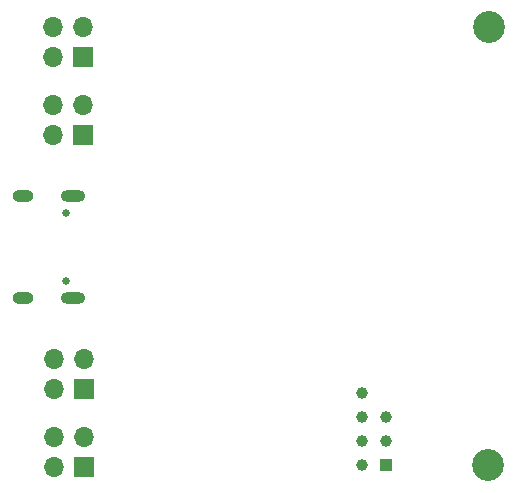
<source format=gbs>
%TF.GenerationSoftware,KiCad,Pcbnew,7.0.7*%
%TF.CreationDate,2024-01-20T15:39:31+01:00*%
%TF.ProjectId,esp-atx-power,6573702d-6174-4782-9d70-6f7765722e6b,1.0.0*%
%TF.SameCoordinates,PX6695f68PY7b6af88*%
%TF.FileFunction,Soldermask,Bot*%
%TF.FilePolarity,Negative*%
%FSLAX46Y46*%
G04 Gerber Fmt 4.6, Leading zero omitted, Abs format (unit mm)*
G04 Created by KiCad (PCBNEW 7.0.7) date 2024-01-20 15:39:31*
%MOMM*%
%LPD*%
G01*
G04 APERTURE LIST*
%ADD10C,2.700000*%
%ADD11R,1.700000X1.700000*%
%ADD12O,1.700000X1.700000*%
%ADD13C,0.650000*%
%ADD14O,2.100000X1.000000*%
%ADD15O,1.800000X1.000000*%
%ADD16C,1.000000*%
%ADD17R,1.000000X1.000000*%
G04 APERTURE END LIST*
D10*
%TO.C,MH102*%
X42037000Y2794000D03*
%TD*%
%TO.C,MH101*%
X42051000Y39878000D03*
%TD*%
D11*
%TO.C,J104*%
X7747000Y37338000D03*
D12*
X5207000Y37338000D03*
X7747000Y39878000D03*
X5207000Y39878000D03*
%TD*%
D11*
%TO.C,J103*%
X7747000Y30734000D03*
D12*
X5207000Y30734000D03*
X7747000Y33274000D03*
X5207000Y33274000D03*
%TD*%
D13*
%TO.C,J105*%
X6302000Y24162500D03*
X6302000Y18382500D03*
D14*
X6822000Y25592500D03*
D15*
X2622000Y25592500D03*
D14*
X6822000Y16952500D03*
D15*
X2622000Y16952500D03*
%TD*%
D11*
%TO.C,J101*%
X7809000Y2662000D03*
D12*
X5269000Y2662000D03*
X7809000Y5202000D03*
X5269000Y5202000D03*
%TD*%
D11*
%TO.C,J102*%
X7809000Y9266000D03*
D12*
X5269000Y9266000D03*
X7809000Y11806000D03*
X5269000Y11806000D03*
%TD*%
D16*
%TO.C,TP203*%
X33401000Y6858000D03*
%TD*%
%TO.C,TP205*%
X31369000Y4826000D03*
%TD*%
%TO.C,TP202*%
X33401000Y4826000D03*
%TD*%
%TO.C,TP206*%
X31369000Y6858000D03*
%TD*%
%TO.C,TP207*%
X31369000Y8890000D03*
%TD*%
%TO.C,TP204*%
X31369000Y2794000D03*
%TD*%
D17*
%TO.C,TP201*%
X33401000Y2794000D03*
%TD*%
M02*

</source>
